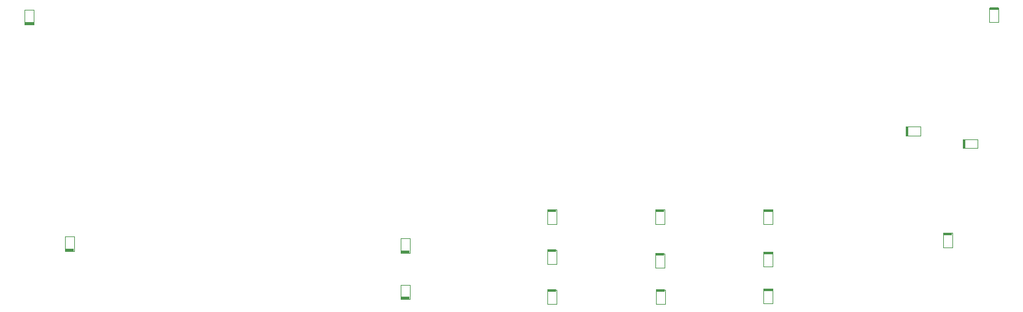
<source format=gbr>
%FSTAX23Y23*%
%MOIN*%
%SFA1B1*%

%IPPOS*%
%ADD13C,0.003937*%
%ADD120R,0.011811X0.049212*%
%ADD121R,0.049212X0.011811*%
%LNbrushed_pcb_top_component_outline-1*%
%LPD*%
G54D13*
X02218Y-00159D02*
Y-00109D01*
X02139Y-00159D02*
X02218D01*
X02139D02*
Y-00109D01*
X02218*
X-00606Y-00966D02*
X-00557D01*
Y-01045D02*
Y-00966D01*
X-00606Y-01045D02*
X-00557D01*
X-00606D02*
Y-00966D01*
X02448Y-00176D02*
X02527D01*
X02448Y-00225D02*
Y-00176D01*
Y-00225D02*
X02527D01*
Y-00176*
X02641Y00459D02*
Y00537D01*
X02592D02*
X02641D01*
X02592Y00459D02*
Y00537D01*
Y00459D02*
X02641D01*
X-02429Y-00704D02*
X-0238D01*
Y-00783D02*
Y-00704D01*
X-02429Y-00783D02*
X-0238D01*
X-02429D02*
Y-00704D01*
X-02648Y00526D02*
X-02599D01*
Y00447D02*
Y00526D01*
X-02648Y00447D02*
X-02599D01*
X-02648D02*
Y00526D01*
X00778Y-00637D02*
X00827D01*
X00778D02*
Y-00558D01*
X00827*
Y-00637D02*
Y-00558D01*
X00191Y-00637D02*
X00241D01*
X00191D02*
Y-00558D01*
X00241*
Y-00637D02*
Y-00558D01*
X01365Y-00637D02*
X01415D01*
X01365D02*
Y-00558D01*
X01415*
Y-00637D02*
Y-00558D01*
X02341Y-00763D02*
X0239D01*
X02341D02*
Y-00685D01*
X0239*
Y-00763D02*
Y-00685D01*
X00241Y-00855D02*
Y-00776D01*
X00191D02*
X00241D01*
X00191Y-00855D02*
Y-00776D01*
Y-00855D02*
X00241D01*
X01415Y-00866D02*
Y-00787D01*
X01365D02*
X01415D01*
X01365Y-00866D02*
Y-00787D01*
Y-00866D02*
X01415D01*
X00827Y-00875D02*
Y-00796D01*
X00778D02*
X00827D01*
X00778Y-00875D02*
Y-00796D01*
Y-00875D02*
X00827D01*
X0083Y-01072D02*
Y-00993D01*
X00781D02*
X0083D01*
X00781Y-01072D02*
Y-00993D01*
Y-01072D02*
X0083D01*
X01415Y-01066D02*
Y-00987D01*
X01365D02*
X01415D01*
X01365Y-01066D02*
Y-00987D01*
Y-01066D02*
X01415D01*
X-00606Y-00714D02*
X-00557D01*
Y-00793D02*
Y-00714D01*
X-00606Y-00793D02*
X-00557D01*
X-00606D02*
Y-00714D01*
X00191Y-01072D02*
X00241D01*
X00191D02*
Y-00993D01*
X00241*
Y-01072D02*
Y-00993D01*
G54D120*
X02145Y-00134D03*
X02454Y-002D03*
G54D121*
X-00581Y-01039D03*
X02617Y00531D03*
X-02404Y-00777D03*
X-02623Y00453D03*
X00802Y-00564D03*
X00216D03*
X0139Y-00564D03*
X02366Y-00691D03*
X00216Y-00782D03*
X0139Y-00793D03*
X00802Y-00802D03*
X00805Y-00999D03*
X0139Y-00993D03*
X-00581Y-00787D03*
X00216Y-00999D03*
M02*
</source>
